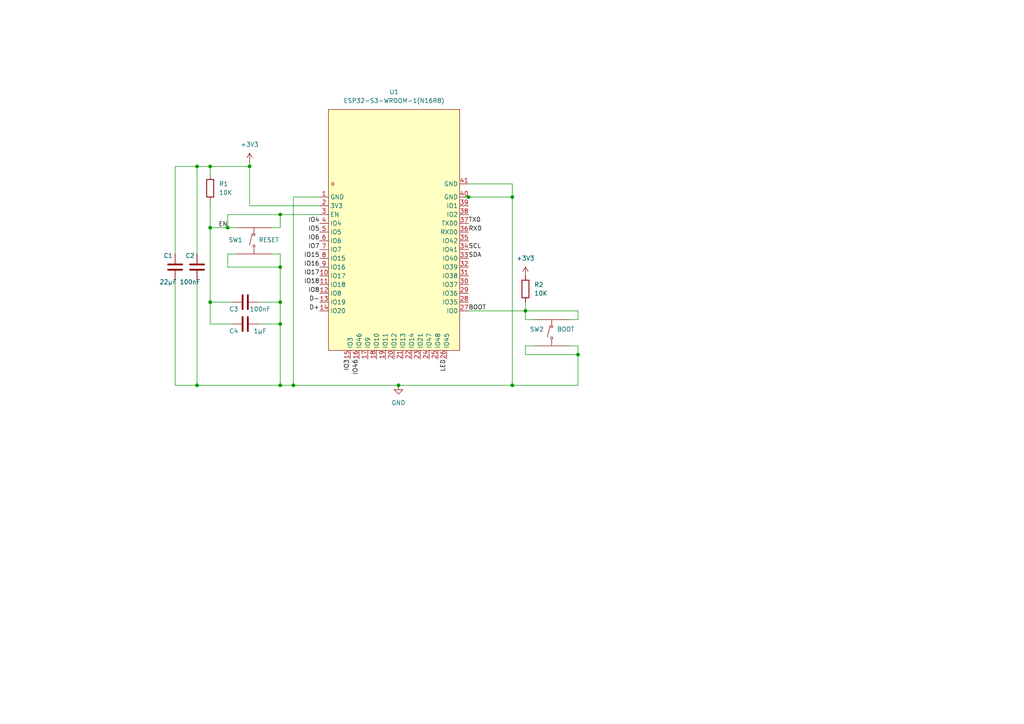
<source format=kicad_sch>
(kicad_sch (version 20231120) (generator "eeschema") (generator_version "8.0")
  (paper "A4")
  (lib_symbols
    (symbol "Device:C" (pin_numbers hide) (pin_names (offset 0.254))
      (property "Reference" "C" (at 0.635 2.54 0))
      (property "Value" "C" (at 0.635 -2.54 0))
      (symbol "C_0_1"
        (polyline (pts (xy -2.032 -0.762) (xy 2.032 -0.762)) (stroke (width 0.508)))
        (polyline (pts (xy -2.032 0.762) (xy 2.032 0.762)) (stroke (width 0.508)))
      )
      (symbol "C_1_1"
        (pin passive line (at 0 3.81 270) (length 2.794) (name "~") (number "1"))
        (pin passive line (at 0 -3.81 90) (length 2.794) (name "~") (number "2"))
      )
    )
    (symbol "Device:R" (pin_numbers hide) (pin_names (offset 0))
      (property "Reference" "R" (at 2.032 0 90))
      (property "Value" "R" (at 0 0 90))
      (symbol "R_0_1"
        (rectangle (start -1.016 -2.54) (end 1.016 2.54) (stroke (width 0.254)))
      )
      (symbol "R_1_1"
        (pin passive line (at 0 3.81 270) (length 1.27) (name "~") (number "1"))
        (pin passive line (at 0 -3.81 90) (length 1.27) (name "~") (number "2"))
      )
    )
    (symbol "TS-1187A-B-A-B_1" (pin_numbers hide) (pin_names hide)
      (property "Reference" "SW" (at 0 7.62 0))
      (property "Value" "TS-1187A-B-A-B" (at 0 -10.16 0))
      (symbol "TS-1187A-B-A-B_1_0_1"
        (circle (center 0 -2.79) (radius 0.32))
        (polyline (pts (xy -2.54 -5.08) (xy 2.54 -5.08)))
        (polyline (pts (xy -2.54 2.54) (xy 2.54 2.54)))
        (polyline (pts (xy -0.51 0.76) (xy -1.27 -2.54)))
        (polyline (pts (xy 0 -3.3) (xy 0 -5.08)))
        (polyline (pts (xy 0 0.76) (xy 0 2.54)))
        (circle (center 0 0.51) (radius 0.32))
        (pin unspecified line (at -5.08 2.54 0) (length 2.54) (name "A") (number "1"))
        (pin unspecified line (at 5.08 2.54 180) (length 2.54) (name "B") (number "2"))
        (pin unspecified line (at -5.08 -5.08 0) (length 2.54) (name "C") (number "3"))
        (pin unspecified line (at 5.08 -5.08 180) (length 2.54) (name "D") (number "4"))
      )
    )
    (symbol "new:ESP32-S3-WROOM-1(N16R8)"
      (property "Reference" "U" (at 0 20.32 0))
      (property "Value" "ESP32-S3-WROOM-1(N16R8)" (at 0 -40.64 0))
      (symbol "ESP32-S3-WROOM-1(N16R8)_0_1"
        (rectangle (start -19.05 36.83) (end 19.05 -33.02) (fill (type background)))
        (circle (center -17.78 15.24) (radius 0.38))
        (pin unspecified line (at -21.59 11.43 0) (length 2.54) (name "GND") (number "1"))
        (pin unspecified line (at -21.59 -11.43 0) (length 2.54) (name "IO17") (number "10"))
        (pin unspecified line (at -21.59 -13.97 0) (length 2.54) (name "IO18") (number "11"))
        (pin unspecified line (at -21.59 -16.51 0) (length 2.54) (name "IO8") (number "12"))
        (pin unspecified line (at -21.59 -19.05 0) (length 2.54) (name "IO19") (number "13"))
        (pin unspecified line (at -21.59 -21.59 0) (length 2.54) (name "IO20") (number "14"))
        (pin unspecified line (at -12.7 -35.56 90) (length 2.54) (name "IO3") (number "15"))
        (pin unspecified line (at -10.16 -35.56 90) (length 2.54) (name "IO46") (number "16"))
        (pin unspecified line (at -7.62 -35.56 90) (length 2.54) (name "IO9") (number "17"))
        (pin unspecified line (at -5.08 -35.56 90) (length 2.54) (name "IO10") (number "18"))
        (pin unspecified line (at -2.54 -35.56 90) (length 2.54) (name "IO11") (number "19"))
        (pin unspecified line (at -21.59 8.89 0) (length 2.54) (name "3V3") (number "2"))
        (pin unspecified line (at 0 -35.56 90) (length 2.54) (name "IO12") (number "20"))
        (pin unspecified line (at 2.54 -35.56 90) (length 2.54) (name "IO13") (number "21"))
        (pin unspecified line (at 5.08 -35.56 90) (length 2.54) (name "IO14") (number "22"))
        (pin unspecified line (at 7.62 -35.56 90) (length 2.54) (name "IO21") (number "23"))
        (pin unspecified line (at 10.16 -35.56 90) (length 2.54) (name "IO47") (number "24"))
        (pin unspecified line (at 12.7 -35.56 90) (length 2.54) (name "IO48") (number "25"))
        (pin unspecified line (at 15.24 -35.56 90) (length 2.54) (name "IO45") (number "26"))
        (pin unspecified line (at 21.59 -21.59 180) (length 2.54) (name "IO0") (number "27"))
        (pin unspecified line (at 21.59 -19.05 180) (length 2.54) (name "IO35") (number "28"))
        (pin unspecified line (at 21.59 -16.51 180) (length 2.54) (name "IO36") (number "29"))
        (pin unspecified line (at -21.59 6.35 0) (length 2.54) (name "EN") (number "3"))
        (pin unspecified line (at 21.59 -13.97 180) (length 2.54) (name "IO37") (number "30"))
        (pin unspecified line (at 21.59 -11.43 180) (length 2.54) (name "IO38") (number "31"))
        (pin unspecified line (at 21.59 -8.89 180) (length 2.54) (name "IO39") (number "32"))
        (pin unspecified line (at 21.59 -6.35 180) (length 2.54) (name "IO40") (number "33"))
        (pin unspecified line (at 21.59 -3.81 180) (length 2.54) (name "IO41") (number "34"))
        (pin unspecified line (at 21.59 -1.27 180) (length 2.54) (name "IO42") (number "35"))
        (pin unspecified line (at 21.59 1.27 180) (length 2.54) (name "RXD0") (number "36"))
        (pin unspecified line (at 21.59 3.81 180) (length 2.54) (name "TXD0") (number "37"))
        (pin unspecified line (at 21.59 6.35 180) (length 2.54) (name "IO2") (number "38"))
        (pin unspecified line (at 21.59 8.89 180) (length 2.54) (name "IO1") (number "39"))
        (pin unspecified line (at -21.59 3.81 0) (length 2.54) (name "IO4") (number "4"))
        (pin unspecified line (at 21.59 11.43 180) (length 2.54) (name "GND") (number "40"))
        (pin unspecified line (at 21.59 15.24 180) (length 2.54) (name "GND") (number "41"))
        (pin unspecified line (at -21.59 1.27 0) (length 2.54) (name "IO5") (number "5"))
        (pin unspecified line (at -21.59 -1.27 0) (length 2.54) (name "IO6") (number "6"))
        (pin unspecified line (at -21.59 -3.81 0) (length 2.54) (name "IO7") (number "7"))
        (pin unspecified line (at -21.59 -6.35 0) (length 2.54) (name "IO15") (number "8"))
        (pin unspecified line (at -21.59 -8.89 0) (length 2.54) (name "IO16") (number "9"))
      )
    )
    (symbol "new:TS-1187A-B-A-B" (pin_numbers hide) (pin_names hide)
      (property "Reference" "SW" (at 0 7.62 0))
      (property "Value" "TS-1187A-B-A-B" (at 0 -10.16 0))
      (symbol "TS-1187A-B-A-B_0_1"
        (circle (center 0 -2.79) (radius 0.32))
        (polyline (pts (xy -2.54 -5.08) (xy 2.54 -5.08)))
        (polyline (pts (xy -2.54 2.54) (xy 2.54 2.54)))
        (polyline (pts (xy -0.51 0.76) (xy -1.27 -2.54)))
        (polyline (pts (xy 0 -3.3) (xy 0 -5.08)))
        (polyline (pts (xy 0 0.76) (xy 0 2.54)))
        (circle (center 0 0.51) (radius 0.32))
        (pin unspecified line (at -5.08 2.54 0) (length 2.54) (name "A") (number "1"))
        (pin unspecified line (at 5.08 2.54 180) (length 2.54) (name "B") (number "2"))
        (pin unspecified line (at -5.08 -5.08 0) (length 2.54) (name "C") (number "3"))
        (pin unspecified line (at 5.08 -5.08 180) (length 2.54) (name "D") (number "4"))
      )
    )
    (symbol "power:+3V3" (power) (pin_numbers hide) (pin_names (offset 0) hide)
      (property "Value" "+3V3" (at 0 3.556 0))
      (symbol "+3V3_0_1"
        (polyline (pts (xy -0.762 1.27) (xy 0 2.54)))
        (polyline (pts (xy 0 0) (xy 0 2.54)))
        (polyline (pts (xy 0 2.54) (xy 0.762 1.27)))
      )
      (symbol "+3V3_1_1"
        (pin power_in line (at 0 0 90) (length 0) (name "~") (number "1"))
      )
    )
    (symbol "power:GND" (power) (pin_numbers hide) (pin_names (offset 0) hide)
      (property "Value" "GND" (at 0 -3.81 0))
      (symbol "GND_0_1"
        (polyline (pts (xy 0 0) (xy 0 -1.27) (xy 1.27 -1.27) (xy 0 -2.54) (xy -1.27 -1.27) (xy 0 -1.27)))
      )
      (symbol "GND_1_1"
        (pin power_in line (at 0 0 270) (length 0) (name "~") (number "1"))
      )
    )
  )
  (junction (at 85.09 111.76))
  (junction (at 66.04 66.04))
  (junction (at 81.28 77.47))
  (junction (at 81.28 93.98))
  (junction (at 81.28 62.23))
  (junction (at 57.15 111.76))
  (junction (at 167.64 102.87))
  (junction (at 152.4 90.17))
  (junction (at 148.59 57.15))
  (junction (at 81.28 87.63))
  (junction (at 57.15 48.26))
  (junction (at 60.96 87.63))
  (junction (at 115.57 111.76))
  (junction (at 135.89 57.15))
  (junction (at 148.59 111.76))
  (junction (at 81.28 111.76))
  (junction (at 72.39 48.26))
  (junction (at 60.96 66.04))
  (junction (at 60.96 48.26))
  (wire (pts (xy 66.04 73.66) (xy 68.58 73.66)))
  (wire (pts (xy 74.93 87.63) (xy 81.28 87.63)))
  (wire (pts (xy 66.04 66.04) (xy 60.96 66.04)))
  (wire (pts (xy 81.28 87.63) (xy 81.28 93.98)))
  (wire (pts (xy 92.71 62.23) (xy 81.28 62.23)))
  (wire (pts (xy 85.09 111.76) (xy 115.57 111.76)))
  (wire (pts (xy 135.89 90.17) (xy 152.4 90.17)))
  (wire (pts (xy 148.59 111.76) (xy 167.64 111.76)))
  (wire (pts (xy 50.8 81.28) (xy 50.8 111.76)))
  (wire (pts (xy 60.96 58.42) (xy 60.96 66.04)))
  (wire (pts (xy 60.96 66.04) (xy 60.96 87.63)))
  (wire (pts (xy 81.28 66.04) (xy 78.74 66.04)))
  (wire (pts (xy 152.4 102.87) (xy 167.64 102.87)))
  (wire (pts (xy 66.04 62.23) (xy 66.04 66.04)))
  (wire (pts (xy 66.04 77.47) (xy 81.28 77.47)))
  (wire (pts (xy 134.62 57.15) (xy 135.89 57.15)))
  (wire (pts (xy 167.64 90.17) (xy 167.64 92.71)))
  (wire (pts (xy 57.15 81.28) (xy 57.15 111.76)))
  (wire (pts (xy 78.74 73.66) (xy 81.28 73.66)))
  (wire (pts (xy 115.57 111.76) (xy 148.59 111.76)))
  (wire (pts (xy 152.4 92.71) (xy 154.94 92.71)))
  (wire (pts (xy 60.96 87.63) (xy 67.31 87.63)))
  (wire (pts (xy 66.04 66.04) (xy 68.58 66.04)))
  (wire (pts (xy 81.28 77.47) (xy 81.28 87.63)))
  (wire (pts (xy 167.64 102.87) (xy 167.64 111.76)))
  (wire (pts (xy 92.71 57.15) (xy 85.09 57.15)))
  (wire (pts (xy 152.4 90.17) (xy 152.4 92.71)))
  (wire (pts (xy 81.28 62.23) (xy 66.04 62.23)))
  (wire (pts (xy 57.15 111.76) (xy 81.28 111.76)))
  (wire (pts (xy 152.4 87.63) (xy 152.4 90.17)))
  (wire (pts (xy 85.09 57.15) (xy 85.09 111.76)))
  (wire (pts (xy 50.8 111.76) (xy 57.15 111.76)))
  (wire (pts (xy 135.89 53.34) (xy 148.59 53.34)))
  (wire (pts (xy 81.28 111.76) (xy 85.09 111.76)))
  (wire (pts (xy 50.8 48.26) (xy 57.15 48.26)))
  (wire (pts (xy 60.96 93.98) (xy 67.31 93.98)))
  (wire (pts (xy 165.1 100.33) (xy 167.64 100.33)))
  (wire (pts (xy 81.28 62.23) (xy 81.28 66.04)))
  (wire (pts (xy 60.96 48.26) (xy 72.39 48.26)))
  (wire (pts (xy 74.93 93.98) (xy 81.28 93.98)))
  (wire (pts (xy 135.89 57.15) (xy 148.59 57.15)))
  (wire (pts (xy 148.59 53.34) (xy 148.59 57.15)))
  (wire (pts (xy 72.39 59.69) (xy 92.71 59.69)))
  (wire (pts (xy 152.4 100.33) (xy 154.94 100.33)))
  (wire (pts (xy 152.4 100.33) (xy 152.4 102.87)))
  (wire (pts (xy 57.15 48.26) (xy 60.96 48.26)))
  (wire (pts (xy 66.04 73.66) (xy 66.04 77.47)))
  (wire (pts (xy 60.96 48.26) (xy 60.96 50.8)))
  (wire (pts (xy 81.28 73.66) (xy 81.28 77.47)))
  (wire (pts (xy 72.39 48.26) (xy 72.39 59.69)))
  (wire (pts (xy 167.64 100.33) (xy 167.64 102.87)))
  (wire (pts (xy 50.8 48.26) (xy 50.8 73.66)))
  (wire (pts (xy 148.59 57.15) (xy 148.59 111.76)))
  (wire (pts (xy 167.64 92.71) (xy 165.1 92.71)))
  (wire (pts (xy 57.15 48.26) (xy 57.15 73.66)))
  (wire (pts (xy 81.28 93.98) (xy 81.28 111.76)))
  (wire (pts (xy 60.96 87.63) (xy 60.96 93.98)))
  (wire (pts (xy 152.4 90.17) (xy 167.64 90.17)))
  (wire (pts (xy 72.39 46.99) (xy 72.39 48.26)))
  (label "IO7" (at 92.71 72.39 180))
  (label "SCL" (at 135.89 72.39 0))
  (label "IO46" (at 104.14 104.14 270))
  (label "D-" (at 92.71 87.63 180))
  (label "IO5" (at 92.71 67.31 180))
  (label "IO3" (at 101.6 104.14 270))
  (label "RX0" (at 135.89 67.31 0))
  (label "IO15" (at 92.71 74.93 180))
  (label "SDA" (at 135.89 74.93 0))
  (label "IO4" (at 92.71 64.77 180))
  (label "TX0" (at 135.89 64.77 0))
  (label "IO6" (at 92.71 69.85 180))
  (label "LED" (at 129.54 104.14 270))
  (label "D+" (at 92.71 90.17 180))
  (label "BOOT" (at 135.89 90.17 0))
  (label "EN" (at 66.04 66.04 180))
  (label "IO16" (at 92.71 77.47 180))
  (label "IO8" (at 92.71 85.09 180))
  (label "IO18" (at 92.71 82.55 180))
  (label "IO17" (at 92.71 80.01 180))
  (symbol (lib_id "Device:C") (at 50.8 77.47 0) (unit 1)
    (property "Reference" "C1" (at 48.768 74.168 0))
    (property "Value" "22µF" (at 48.768 81.788 0))
    (property "Footprint" "Capacitor_SMD:C_0805_2012Metric_Pad1.18x1.45mm_HandSolder" (effects (hide yes)))
    (property "Description" "Unpolarized capacitor" (effects (hide yes)))
    (property "LCSC" "C45783" (effects (hide yes)))
  )
  (symbol (lib_id "new:TS-1187A-B-A-B") (at 160.02 95.25 0) (unit 1)
    (property "Reference" "SW2" (at 155.702 95.504 0))
    (property "Value" "BOOT" (at 164.084 95.504 0))
    (property "Footprint" "EasyEDA:SW-SMD_4P-L5.1-W5.1-P3.70-LS6.5-TL_H1.5" (effects (hide yes)))
    (property "Datasheet" "https://lcsc.com/product-detail/Tactile-Switches_XKB-Enterprise-TS-1187-B-A-A_C318884.html" (effects (hide yes)))
    (property "LCSC" "C318884" (effects (hide yes)))
  )
  (symbol (lib_id "power:GND") (at 115.57 111.76 0) (unit 1)
    (property "Reference" "#PWR02" (effects (hide yes)))
    (property "Value" "GND" (at 115.57 116.84 0))
    (property "Description" "Power symbol creates a global label with name \"GND\" , ground" (effects (hide yes)))
  )
  (symbol (lib_name "TS-1187A-B-A-B_1") (lib_id "new:TS-1187A-B-A-B") (at 73.66 68.58 0) (unit 1)
    (property "Reference" "SW1" (at 68.326 69.596 0))
    (property "Value" "RESET" (at 77.978 69.596 0))
    (property "Footprint" "EasyEDA:SW-SMD_4P-L5.1-W5.1-P3.70-LS6.5-TL_H1.5" (effects (hide yes)))
    (property "Datasheet" "https://lcsc.com/product-detail/Tactile-Switches_XKB-Enterprise-TS-1187-B-A-A_C318884.html" (effects (hide yes)))
    (property "LCSC" "C318884" (effects (hide yes)))
  )
  (symbol (lib_id "power:+3V3") (at 72.39 46.99 0) (unit 1)
    (property "Reference" "#PWR01" (effects (hide yes)))
    (property "Value" "+3V3" (at 72.39 41.91 0))
    (property "Description" "Power symbol creates a global label with name \"+3V3\"" (effects (hide yes)))
  )
  (symbol (lib_id "Device:R") (at 60.96 54.61 0) (unit 1)
    (property "Reference" "R1" (at 63.5 53.3399 0) (effects (justify left)))
    (property "Value" "10K" (at 63.5 55.8799 0) (effects (justify left)))
    (property "Footprint" "Resistor_SMD:R_0805_2012Metric_Pad1.20x1.40mm_HandSolder" (effects (hide yes)))
    (property "Description" "Resistor" (effects (hide yes)))
    (property "LCSC" "C17414" (effects (hide yes)))
  )
  (symbol (lib_id "new:ESP32-S3-WROOM-1(N16R8)") (at 114.3 68.58 0) (unit 1)
    (property "Reference" "U1" (at 114.3 26.67 0))
    (property "Value" "ESP32-S3-WROOM-1(N16R8)" (at 114.3 29.21 0))
    (property "Footprint" "EasyEDA:WIRELM-SMD_ESP32-S3-WROOM-1" (effects (hide yes)))
    (property "LCSC Part" "C2913202" (effects (hide yes)))
  )
  (symbol (lib_id "Device:R") (at 152.4 83.82 0) (unit 1)
    (property "Reference" "R2" (at 154.94 82.5499 0) (effects (justify left)))
    (property "Value" "10K" (at 154.94 85.0899 0) (effects (justify left)))
    (property "Footprint" "Resistor_SMD:R_0805_2012Metric_Pad1.20x1.40mm_HandSolder" (effects (hide yes)))
    (property "Description" "Resistor" (effects (hide yes)))
    (property "LCSC" "C17414" (effects (hide yes)))
  )
  (symbol (lib_id "Device:C") (at 71.12 87.63 90) (unit 1)
    (property "Reference" "C3" (at 67.818 89.662 90))
    (property "Value" "100nF" (at 75.438 89.662 90))
    (property "Footprint" "Capacitor_SMD:C_0805_2012Metric_Pad1.18x1.45mm_HandSolder" (effects (hide yes)))
    (property "Description" "Unpolarized capacitor" (effects (hide yes)))
    (property "LCSC" "C1711" (effects (hide yes)))
  )
  (symbol (lib_id "Device:C") (at 71.12 93.98 90) (unit 1)
    (property "Reference" "C4" (at 67.818 96.012 90))
    (property "Value" "1µF" (at 75.438 96.012 90))
    (property "Footprint" "Capacitor_SMD:C_0805_2012Metric_Pad1.18x1.45mm_HandSolder" (effects (hide yes)))
    (property "Description" "Unpolarized capacitor" (effects (hide yes)))
    (property "LCSC" "C1712" (effects (hide yes)))
  )
  (symbol (lib_id "power:+3V3") (at 152.4 80.01 0) (unit 1)
    (property "Reference" "#PWR03" (effects (hide yes)))
    (property "Value" "+3V3" (at 152.4 74.93 0))
    (property "Description" "Power symbol creates a global label with name \"+3V3\"" (effects (hide yes)))
  )
  (symbol (lib_id "Device:C") (at 57.15 77.47 0) (unit 1)
    (property "Reference" "C2" (at 55.118 74.168 0))
    (property "Value" "100nF" (at 55.118 81.788 0))
    (property "Footprint" "Capacitor_SMD:C_0805_2012Metric_Pad1.18x1.45mm_HandSolder" (effects (hide yes)))
    (property "Description" "Unpolarized capacitor" (effects (hide yes)))
    (property "LCSC" "C1711" (effects (hide yes)))
  )
)
</source>
